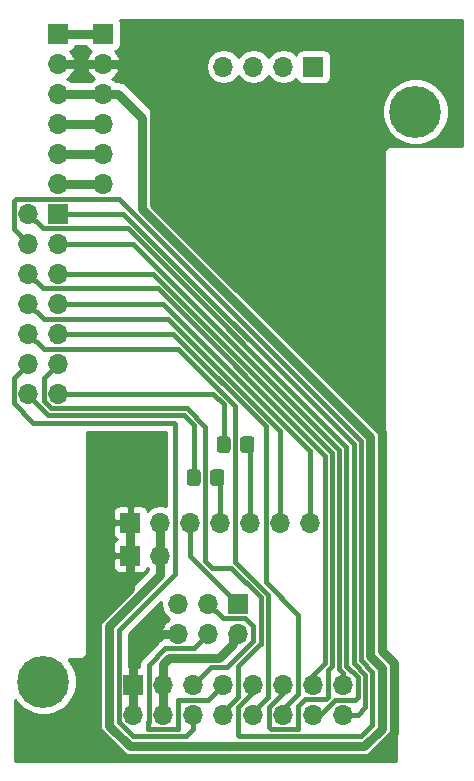
<source format=gbr>
%TF.GenerationSoftware,KiCad,Pcbnew,(5.1.7)-1*%
%TF.CreationDate,2023-05-20T09:23:02-06:00*%
%TF.ProjectId,AMPE32T30,414d5045-3332-4543-9330-2e6b69636164,rev?*%
%TF.SameCoordinates,PX76efc10PY4eb9cf0*%
%TF.FileFunction,Copper,L1,Top*%
%TF.FilePolarity,Positive*%
%FSLAX46Y46*%
G04 Gerber Fmt 4.6, Leading zero omitted, Abs format (unit mm)*
G04 Created by KiCad (PCBNEW (5.1.7)-1) date 2023-05-20 09:23:02*
%MOMM*%
%LPD*%
G01*
G04 APERTURE LIST*
%TA.AperFunction,ComponentPad*%
%ADD10O,1.700000X1.700000*%
%TD*%
%TA.AperFunction,ComponentPad*%
%ADD11R,1.700000X1.700000*%
%TD*%
%TA.AperFunction,ComponentPad*%
%ADD12C,4.400000*%
%TD*%
%TA.AperFunction,Conductor*%
%ADD13C,0.800000*%
%TD*%
%TA.AperFunction,Conductor*%
%ADD14C,0.400000*%
%TD*%
%TA.AperFunction,Conductor*%
%ADD15C,0.254000*%
%TD*%
%TA.AperFunction,Conductor*%
%ADD16C,0.100000*%
%TD*%
G04 APERTURE END LIST*
D10*
%TO.P,J3,6*%
%TO.N,/RX*%
X8128000Y49530000D03*
%TO.P,J3,5*%
%TO.N,/AREF*%
X8128000Y52070000D03*
%TO.P,J3,4*%
%TO.N,/3V3*%
X8128000Y54610000D03*
%TO.P,J3,3*%
%TO.N,/VCC*%
X8128000Y57150000D03*
%TO.P,J3,2*%
%TO.N,/GND*%
X8128000Y59690000D03*
D11*
%TO.P,J3,1*%
%TO.N,/VIN*%
X8128000Y62230000D03*
%TD*%
D10*
%TO.P,J1,6*%
%TO.N,/RX*%
X4318000Y49530000D03*
%TO.P,J1,5*%
%TO.N,/AREF*%
X4318000Y52070000D03*
%TO.P,J1,4*%
%TO.N,/3V3*%
X4318000Y54610000D03*
%TO.P,J1,3*%
%TO.N,/VCC*%
X4318000Y57150000D03*
%TO.P,J1,2*%
%TO.N,/GND*%
X4318000Y59690000D03*
D11*
%TO.P,J1,1*%
%TO.N,/VIN*%
X4318000Y62230000D03*
%TD*%
D10*
%TO.P,J5,16*%
%TO.N,/LT*%
X28448000Y4572000D03*
%TO.P,J5,15*%
%TO.N,/BL*%
X28448000Y7112000D03*
%TO.P,J5,14*%
%TO.N,/DW*%
X25908000Y4572000D03*
%TO.P,J5,13*%
%TO.N,/CS*%
X25908000Y7112000D03*
%TO.P,J5,12*%
%TO.N,/UP*%
X23368000Y4572000D03*
%TO.P,J5,11*%
%TO.N,/RS*%
X23368000Y7112000D03*
%TO.P,J5,10*%
%TO.N,/RT*%
X20828000Y4572000D03*
%TO.P,J5,9*%
%TO.N,/RES*%
X20828000Y7112000D03*
%TO.P,J5,8*%
%TO.N,/OK*%
X18288000Y4572000D03*
%TO.P,J5,7*%
%TO.N,/SDA*%
X18288000Y7112000D03*
%TO.P,J5,6*%
%TO.N,/SET*%
X15748000Y4572000D03*
%TO.P,J5,5*%
%TO.N,/SCK*%
X15748000Y7112000D03*
%TO.P,J5,4*%
%TO.N,/VCC*%
X13208000Y4572000D03*
%TO.P,J5,3*%
X13208000Y7112000D03*
%TO.P,J5,2*%
%TO.N,/GND*%
X10668000Y4572000D03*
D11*
%TO.P,J5,1*%
X10668000Y7112000D03*
%TD*%
D10*
%TO.P,MP,4*%
%TO.N,N/C*%
X18288000Y59436000D03*
%TO.P,MP,3*%
X20828000Y59436000D03*
%TO.P,MP,2*%
X23368000Y59436000D03*
D11*
%TO.P,MP,1*%
X25908000Y59436000D03*
%TD*%
%TO.P,R1,2*%
%TO.N,/RXR*%
%TA.AperFunction,SMDPad,CuDef*%
G36*
G01*
X16364000Y25088001D02*
X16364000Y24187999D01*
G75*
G02*
X16114001Y23938000I-249999J0D01*
G01*
X15413999Y23938000D01*
G75*
G02*
X15164000Y24187999I0J249999D01*
G01*
X15164000Y25088001D01*
G75*
G02*
X15413999Y25338000I249999J0D01*
G01*
X16114001Y25338000D01*
G75*
G02*
X16364000Y25088001I0J-249999D01*
G01*
G37*
%TD.AperFunction*%
%TO.P,R1,1*%
%TO.N,/RXD*%
%TA.AperFunction,SMDPad,CuDef*%
G36*
G01*
X18364000Y25088001D02*
X18364000Y24187999D01*
G75*
G02*
X18114001Y23938000I-249999J0D01*
G01*
X17413999Y23938000D01*
G75*
G02*
X17164000Y24187999I0J249999D01*
G01*
X17164000Y25088001D01*
G75*
G02*
X17413999Y25338000I249999J0D01*
G01*
X18114001Y25338000D01*
G75*
G02*
X18364000Y25088001I0J-249999D01*
G01*
G37*
%TD.AperFunction*%
%TD*%
%TO.P,R2,2*%
%TO.N,/TXR*%
%TA.AperFunction,SMDPad,CuDef*%
G36*
G01*
X18904000Y27882001D02*
X18904000Y26981999D01*
G75*
G02*
X18654001Y26732000I-249999J0D01*
G01*
X17953999Y26732000D01*
G75*
G02*
X17704000Y26981999I0J249999D01*
G01*
X17704000Y27882001D01*
G75*
G02*
X17953999Y28132000I249999J0D01*
G01*
X18654001Y28132000D01*
G75*
G02*
X18904000Y27882001I0J-249999D01*
G01*
G37*
%TD.AperFunction*%
%TO.P,R2,1*%
%TO.N,/TXD*%
%TA.AperFunction,SMDPad,CuDef*%
G36*
G01*
X20904000Y27882001D02*
X20904000Y26981999D01*
G75*
G02*
X20654001Y26732000I-249999J0D01*
G01*
X19953999Y26732000D01*
G75*
G02*
X19704000Y26981999I0J249999D01*
G01*
X19704000Y27882001D01*
G75*
G02*
X19953999Y28132000I249999J0D01*
G01*
X20654001Y28132000D01*
G75*
G02*
X20904000Y27882001I0J-249999D01*
G01*
G37*
%TD.AperFunction*%
%TD*%
D12*
%TO.P,e,1*%
%TO.N,N/C*%
X3048000Y7366000D03*
%TD*%
%TO.P,f,1*%
%TO.N,N/C*%
X34544000Y55626000D03*
%TD*%
D10*
%TO.P,J6,2*%
%TO.N,/VCC*%
X12954000Y18034000D03*
D11*
%TO.P,J6,1*%
%TO.N,/GND*%
X10414000Y18034000D03*
%TD*%
D10*
%TO.P,J7,14*%
%TO.N,/RXR*%
X1778000Y31750000D03*
%TO.P,J7,13*%
%TO.N,/TXR*%
X4318000Y31750000D03*
%TO.P,J7,12*%
%TO.N,/SET*%
X1778000Y34290000D03*
%TO.P,J7,11*%
%TO.N,/OK*%
X4318000Y34290000D03*
%TO.P,J7,10*%
%TO.N,/RT*%
X1778000Y36830000D03*
%TO.P,J7,9*%
%TO.N,/UP*%
X4318000Y36830000D03*
%TO.P,J7,8*%
%TO.N,/M1*%
X1778000Y39370000D03*
%TO.P,J7,7*%
%TO.N,/M0*%
X4318000Y39370000D03*
%TO.P,J7,6*%
%TO.N,/CS*%
X1778000Y41910000D03*
%TO.P,J7,5*%
%TO.N,/RS*%
X4318000Y41910000D03*
%TO.P,J7,4*%
%TO.N,/RES*%
X1778000Y44450000D03*
%TO.P,J7,3*%
%TO.N,/BL*%
X4318000Y44450000D03*
%TO.P,J7,2*%
%TO.N,/DW*%
X1778000Y46990000D03*
D11*
%TO.P,J7,1*%
%TO.N,/LT*%
X4318000Y46990000D03*
%TD*%
D10*
%TO.P,J2,6*%
%TO.N,/GND*%
X14478000Y11430000D03*
%TO.P,J2,5*%
%TO.N,Net-(J2-Pad5)*%
X14478000Y13970000D03*
%TO.P,J2,4*%
%TO.N,/SDA*%
X17018000Y11430000D03*
%TO.P,J2,3*%
%TO.N,/SCK*%
X17018000Y13970000D03*
%TO.P,J2,2*%
%TO.N,/VCC*%
X19558000Y11430000D03*
D11*
%TO.P,J2,1*%
%TO.N,/AUX*%
X19558000Y13970000D03*
%TD*%
D10*
%TO.P,J4,7*%
%TO.N,/M0*%
X25654000Y20828000D03*
%TO.P,J4,6*%
%TO.N,/M1*%
X23114000Y20828000D03*
%TO.P,J4,5*%
%TO.N,/TXD*%
X20574000Y20828000D03*
%TO.P,J4,4*%
%TO.N,/RXD*%
X18034000Y20828000D03*
%TO.P,J4,3*%
%TO.N,/AUX*%
X15494000Y20828000D03*
%TO.P,J4,2*%
%TO.N,/VCC*%
X12954000Y20828000D03*
D11*
%TO.P,J4,1*%
%TO.N,/GND*%
X10414000Y20828000D03*
%TD*%
D13*
%TO.N,/GND*%
X10668000Y7112000D02*
X10668000Y4572000D01*
X10668000Y4572000D02*
X10668000Y6222000D01*
X10668000Y7112000D02*
X10668000Y11430000D01*
X14478000Y11430000D02*
X10668000Y11430000D01*
X10414000Y20828000D02*
X10414000Y18034000D01*
X10414000Y15245610D02*
X10414000Y18034000D01*
X7617979Y12449590D02*
X10414000Y15245610D01*
X30645580Y921969D02*
X9922418Y921969D01*
X31704066Y28493934D02*
X31704063Y9948634D01*
X32698041Y4426428D02*
X32698041Y2974430D01*
X31704063Y9948634D02*
X32698039Y8954658D01*
X32698041Y2974430D02*
X30645580Y921969D01*
X32698039Y8954658D02*
X32698039Y4426430D01*
X32698039Y4426430D02*
X32698041Y4426428D01*
X9922418Y921969D02*
X7617979Y3226408D01*
X7617979Y3226408D02*
X7617979Y12449590D01*
X4318000Y59690000D02*
X8128000Y59690000D01*
X12446000Y56574081D02*
X12446000Y47752000D01*
X9330081Y59690000D02*
X12446000Y56574081D01*
X8128000Y59690000D02*
X9330081Y59690000D01*
X12446000Y47752000D02*
X31704066Y28493934D01*
D14*
%TO.N,/AUX*%
X19558000Y13970000D02*
X20152542Y13970000D01*
%TO.N,/RES*%
X20138002Y7112000D02*
X20828000Y7112000D01*
X30275520Y8831564D02*
X30275523Y8831564D01*
X29904047Y27748343D02*
X29904047Y23435953D01*
X9412389Y48240001D02*
X29904047Y27748343D01*
X527999Y45700001D02*
X527999Y48025999D01*
X29904047Y23435953D02*
X29904048Y23435952D01*
X527999Y48025999D02*
X742001Y48240001D01*
X1778000Y44450000D02*
X527999Y45700001D01*
X29904048Y23435952D02*
X29904048Y23701204D01*
X742001Y48240001D02*
X9412389Y48240001D01*
X20828000Y6517458D02*
X20828000Y7112000D01*
X19538001Y5227459D02*
X20828000Y6517458D01*
X19538001Y2813999D02*
X19538001Y5227459D01*
X19630011Y2721989D02*
X19538001Y2813999D01*
X29899989Y2721989D02*
X19630011Y2721989D01*
X30898021Y3720021D02*
X29899989Y2721989D01*
X30898021Y8209066D02*
X30898021Y3720021D01*
X29904047Y9203040D02*
X30898021Y8209066D01*
X29904048Y23435952D02*
X29904047Y9203040D01*
%TO.N,/SDA*%
X18288000Y7112000D02*
X18669000Y7112000D01*
X17018000Y11557000D02*
X17018000Y11430000D01*
X18288000Y7112000D02*
X18542000Y7112000D01*
X18288000Y7533458D02*
X18288000Y7112000D01*
X18288000Y7725530D02*
X18288000Y7112000D01*
X17018000Y11430000D02*
X16764000Y11430000D01*
X17018000Y11588544D02*
X17018000Y11430000D01*
X17018000Y11430000D02*
X17272000Y11430000D01*
%TO.N,/RS*%
X23368000Y7112000D02*
X23368000Y6422002D01*
%TO.N,/AUX*%
X19558000Y13970000D02*
X19558000Y13462000D01*
X19558000Y13970000D02*
X19304000Y13970000D01*
X19558000Y13970000D02*
X18868002Y13970000D01*
X19558000Y13970000D02*
X19786533Y13970000D01*
D13*
%TO.N,/VCC*%
X13208000Y7112000D02*
X13208000Y4572000D01*
X19558000Y11430000D02*
X19304000Y11430000D01*
X13208000Y8890000D02*
X13208000Y7112000D01*
X17949375Y9379989D02*
X13697989Y9379989D01*
X19088010Y10518624D02*
X17949375Y9379989D01*
X13697989Y9379989D02*
X13208000Y8890000D01*
X19088010Y10960010D02*
X19088010Y10518624D01*
X19558000Y11430000D02*
X19088010Y10960010D01*
D14*
%TO.N,/RXR*%
X1778000Y31750000D02*
X1778000Y31409458D01*
%TO.N,/TXR*%
X4479286Y31750000D02*
X4318000Y31750000D01*
%TO.N,/UP*%
X4069468Y36229990D02*
X3893729Y36405729D01*
%TO.N,/SDA*%
X17598002Y7112000D02*
X18288000Y7112000D01*
X15767999Y10179999D02*
X17018000Y11430000D01*
X13366615Y10179999D02*
X15767999Y10179999D01*
X11957999Y8771383D02*
X13366615Y10179999D01*
X11957999Y3971999D02*
X11957999Y8771383D01*
X11938000Y3952000D02*
X11957999Y3971999D01*
X11938000Y3321999D02*
X11938000Y3952000D01*
X14478000Y3321999D02*
X11938000Y3321999D01*
X14478000Y5842000D02*
X14478000Y3321999D01*
X17018000Y5842000D02*
X14478000Y5842000D01*
X18288000Y7112000D02*
X17018000Y5842000D01*
%TO.N,/SCK*%
X20118003Y12719999D02*
X20808001Y12030001D01*
X18268001Y12719999D02*
X20118003Y12719999D01*
X17018000Y13970000D02*
X18268001Y12719999D01*
X20808001Y10829999D02*
X20808001Y12030001D01*
X18557981Y8579979D02*
X20808001Y10829999D01*
X17215979Y8579979D02*
X18557981Y8579979D01*
X15748000Y7112000D02*
X17215979Y8579979D01*
%TO.N,/RS*%
X12348222Y41910000D02*
X27504011Y26754211D01*
X27504011Y26754211D02*
X27504011Y8708011D01*
X27504011Y8708011D02*
X27158001Y8362001D01*
X4318000Y41910000D02*
X12348222Y41910000D01*
X23368000Y7025458D02*
X23368000Y7112000D01*
X22117999Y3536001D02*
X22332001Y3321999D01*
X22117999Y5172001D02*
X22117999Y3536001D01*
X23368000Y6422002D02*
X22117999Y5172001D01*
X22332001Y3321999D02*
X24638000Y3321999D01*
X24638000Y3321999D02*
X24638000Y5334000D01*
X25165999Y5861999D02*
X26943999Y5861999D01*
X24638000Y5334000D02*
X25165999Y5861999D01*
X27158001Y6076001D02*
X27158001Y8362001D01*
X26943999Y5861999D02*
X27158001Y6076001D01*
%TO.N,/CS*%
X25908000Y7112000D02*
X25654000Y7112000D01*
X3028001Y40659999D02*
X1778000Y41910000D01*
X25908000Y7960542D02*
X26904001Y8956543D01*
X26904001Y8956543D02*
X26904001Y22458541D01*
X25908000Y7112000D02*
X25908000Y7960542D01*
X3028001Y40659999D02*
X12749681Y40659999D01*
X12749681Y40659999D02*
X26904001Y26505679D01*
X26904001Y26505679D02*
X26904001Y22352000D01*
%TO.N,/M0*%
X25654000Y20828000D02*
X25654000Y26907138D01*
X13191138Y39370000D02*
X4318000Y39370000D01*
X25654000Y26907138D02*
X13191138Y39370000D01*
%TO.N,/M1*%
X23114000Y20828000D02*
X23114000Y24551458D01*
X3067999Y38080001D02*
X13632595Y38080001D01*
X1778000Y39370000D02*
X3067999Y38080001D01*
X23114000Y28598596D02*
X23114000Y24551458D01*
X13632595Y38080001D02*
X23114000Y28598596D01*
%TO.N,/TXD*%
X20558000Y20844000D02*
X20574000Y20828000D01*
X20574000Y27162000D02*
X20304000Y27432000D01*
X20574000Y20828000D02*
X20574000Y27162000D01*
%TO.N,/RXD*%
X18034000Y24368000D02*
X17764000Y24638000D01*
X18034000Y20828000D02*
X18034000Y24368000D01*
%TO.N,/AUX*%
X15494000Y18034000D02*
X19558000Y13970000D01*
X15494000Y20828000D02*
X15494000Y18034000D01*
%TO.N,/BL*%
X28448000Y7112000D02*
X28448000Y7366000D01*
X28448000Y7112000D02*
X28448000Y7471165D01*
X28448000Y7270544D02*
X28448000Y7112000D01*
X28448000Y8113461D02*
X28448000Y7112000D01*
X28104020Y8457441D02*
X28448000Y8113461D01*
X28104021Y27002743D02*
X28104020Y8457441D01*
X10656764Y44450000D02*
X28104021Y27002743D01*
X4318000Y44450000D02*
X10656764Y44450000D01*
D13*
%TO.N,/VCC*%
X12954000Y20828000D02*
X12954000Y18034000D01*
X12954000Y16371384D02*
X12954000Y18034000D01*
X8617989Y12035373D02*
X12954000Y16371384D01*
X31698031Y3388647D02*
X30231363Y1921979D01*
X30704057Y28079717D02*
X30704057Y24032577D01*
X30231363Y1921979D02*
X10336635Y1921979D01*
X30704055Y9534416D02*
X31698031Y8540440D01*
X30704057Y24032577D02*
X30704055Y17542503D01*
X10336635Y1921979D02*
X8617989Y3640625D01*
X30704055Y17542503D02*
X30704055Y9534416D01*
X31698031Y8540440D02*
X31698031Y3388647D01*
X8617989Y3640625D02*
X8617989Y12035373D01*
X4318000Y57150000D02*
X8128000Y57150000D01*
X8128000Y57150000D02*
X9398000Y57150000D01*
X11430000Y55118000D02*
X11430000Y47353774D01*
X9398000Y57150000D02*
X11430000Y55118000D01*
X11430000Y47353774D02*
X30704057Y28079717D01*
D14*
%TO.N,/RXR*%
X1778000Y31750000D02*
X2286000Y31750000D01*
X15764000Y29107458D02*
X15764000Y24638000D01*
X14971469Y29899989D02*
X15764000Y29107458D01*
X1778000Y31591456D02*
X1778000Y31750000D01*
X3469466Y29899990D02*
X1778000Y31591456D01*
X14971469Y29899989D02*
X3469466Y29899990D01*
%TO.N,/SET*%
X1778000Y34290000D02*
X1778000Y33782000D01*
X1778000Y34131456D02*
X1778000Y34290000D01*
%TO.N,/TXR*%
X17416970Y31750000D02*
X4318000Y31750000D01*
X18304000Y30862970D02*
X17416970Y31750000D01*
X18304000Y27432000D02*
X18304000Y30862970D01*
%TO.N,/LT*%
X28606544Y4572000D02*
X28448000Y4572000D01*
X29304038Y8954507D02*
X30298011Y7960534D01*
X29304038Y27499810D02*
X29304038Y8954507D01*
X9813848Y46990000D02*
X29304038Y27499810D01*
X4318000Y46990000D02*
X9813848Y46990000D01*
X29650081Y4572000D02*
X28448000Y4572000D01*
X30298011Y5219930D02*
X29650081Y4572000D01*
X30298011Y7960534D02*
X30298011Y5219930D01*
%TO.N,/DW*%
X27752543Y5822001D02*
X26502542Y4572000D01*
X29444001Y5822001D02*
X27752543Y5822001D01*
X29698001Y6076001D02*
X29444001Y5822001D01*
X29698001Y7712002D02*
X29698001Y6076001D01*
X28704029Y8705974D02*
X29698001Y7712002D01*
X28704030Y27251276D02*
X28704029Y8705974D01*
X26502542Y4572000D02*
X25908000Y4572000D01*
X10215307Y45739999D02*
X28704030Y27251276D01*
X3028001Y45739999D02*
X10215307Y45739999D01*
X1778000Y46990000D02*
X3028001Y45739999D01*
%TO.N,/UP*%
X21863999Y29000055D02*
X14034054Y36830000D01*
X21863999Y15781087D02*
X21863999Y29000055D01*
X24638000Y13007086D02*
X21863999Y15781087D01*
X24638000Y6350000D02*
X24638000Y13007086D01*
X14034054Y36830000D02*
X4318000Y36830000D01*
X23368000Y5080000D02*
X24638000Y6350000D01*
X23368000Y4572000D02*
X23368000Y5080000D01*
%TO.N,/RT*%
X3067999Y35540001D02*
X1778000Y36830000D01*
X14475511Y35540001D02*
X3067999Y35540001D01*
X19304000Y30711512D02*
X14475511Y35540001D01*
X19304000Y17492544D02*
X19304000Y30711512D01*
X22098000Y14698544D02*
X19304000Y17492544D01*
X20828000Y4572000D02*
X20828000Y5080000D01*
X20828000Y4572000D02*
X20828000Y4826000D01*
X22098000Y6096000D02*
X22098000Y14698544D01*
X20828000Y4826000D02*
X22098000Y6096000D01*
%TO.N,/OK*%
X3067999Y33039999D02*
X4318000Y34290000D01*
X16764000Y28956000D02*
X15220001Y30499999D01*
X15220001Y30499999D02*
X3717999Y30499999D01*
X21428001Y14520001D02*
X18930002Y17018000D01*
X18930002Y17018000D02*
X17358542Y17018000D01*
X16764000Y17612542D02*
X16764000Y28956000D01*
X17358542Y17018000D02*
X16764000Y17612542D01*
X3717999Y30499999D02*
X3067999Y31149999D01*
X3067999Y31149999D02*
X3067999Y33039999D01*
X18288000Y4572000D02*
X18288000Y4826000D01*
X19538001Y6076001D02*
X19538001Y8711457D01*
X18288000Y4826000D02*
X19538001Y6076001D01*
X19538001Y8711457D02*
X21402543Y10575999D01*
X21402543Y10575999D02*
X21428001Y10575999D01*
X21428001Y10575999D02*
X21428001Y14520001D01*
%TO.N,/SET*%
X527999Y30968001D02*
X527999Y33039999D01*
X14224000Y29210000D02*
X14134021Y29299979D01*
X527999Y33039999D02*
X1778000Y34290000D01*
X10668009Y2721989D02*
X9417999Y3971999D01*
X9417999Y3971999D02*
X9417999Y11703999D01*
X2196021Y29299979D02*
X527999Y30968001D01*
X14224000Y20066000D02*
X14224000Y29210000D01*
X14134021Y29299979D02*
X2196021Y29299979D01*
X14204001Y20046001D02*
X14224000Y20066000D01*
X14204001Y16490001D02*
X14204001Y20046001D01*
X9417999Y11703999D02*
X14204001Y16490001D01*
X15100070Y2721989D02*
X10668009Y2721989D01*
X15748000Y3369919D02*
X15100070Y2721989D01*
X15748000Y4572000D02*
X15748000Y3369919D01*
%TO.N,/RX*%
X8122390Y49530000D02*
X8125195Y49527194D01*
D13*
X4318000Y49530000D02*
X8128000Y49530000D01*
%TO.N,/AREF*%
X4318000Y52070000D02*
X8128000Y52070000D01*
%TO.N,/3V3*%
X4318000Y54610000D02*
X8128000Y54610000D01*
%TO.N,/VIN*%
X4318000Y62230000D02*
X8128000Y62230000D01*
%TD*%
D15*
%TO.N,/GND*%
X38456001Y52730000D02*
X32544419Y52730000D01*
X32512000Y52733193D01*
X32479581Y52730000D01*
X32382617Y52720450D01*
X32258207Y52682710D01*
X32143550Y52621425D01*
X32043052Y52538948D01*
X31960575Y52438450D01*
X31899290Y52323793D01*
X31861550Y52199383D01*
X31848807Y52070000D01*
X31852001Y52037571D01*
X31852000Y10192409D01*
X31848808Y10160000D01*
X31852000Y10127591D01*
X31852000Y10127582D01*
X31861550Y10030618D01*
X31888789Y9940826D01*
X31899290Y9906208D01*
X31960575Y9791550D01*
X31992146Y9753081D01*
X32043052Y9691052D01*
X32068236Y9670384D01*
X32868001Y8870618D01*
X32868000Y660000D01*
X660000Y660000D01*
X660000Y5837030D01*
X845912Y5558793D01*
X1240793Y5163912D01*
X1705124Y4853656D01*
X2221061Y4639948D01*
X2768777Y4531000D01*
X3327223Y4531000D01*
X3874939Y4639948D01*
X4390876Y4853656D01*
X4855207Y5163912D01*
X5250088Y5558793D01*
X5560344Y6023124D01*
X5774052Y6539061D01*
X5883000Y7086777D01*
X5883000Y7645223D01*
X5774052Y8192939D01*
X5560344Y8708876D01*
X5250088Y9173207D01*
X5177295Y9246000D01*
X6063581Y9246000D01*
X6096000Y9242807D01*
X6128419Y9246000D01*
X6165012Y9249604D01*
X6225383Y9255550D01*
X6349793Y9293290D01*
X6464450Y9354575D01*
X6564948Y9437052D01*
X6647425Y9537550D01*
X6708710Y9652207D01*
X6746450Y9776617D01*
X6756000Y9873581D01*
X6759193Y9906000D01*
X6756000Y9938419D01*
X6756000Y17184000D01*
X8925928Y17184000D01*
X8938188Y17059518D01*
X8974498Y16939820D01*
X9033463Y16829506D01*
X9112815Y16732815D01*
X9209506Y16653463D01*
X9319820Y16594498D01*
X9439518Y16558188D01*
X9564000Y16545928D01*
X10128250Y16549000D01*
X10287000Y16707750D01*
X10287000Y17907000D01*
X9087750Y17907000D01*
X8929000Y17748250D01*
X8925928Y17184000D01*
X6756000Y17184000D01*
X6756000Y19978000D01*
X8925928Y19978000D01*
X8938188Y19853518D01*
X8974498Y19733820D01*
X9033463Y19623506D01*
X9112815Y19526815D01*
X9209506Y19447463D01*
X9240306Y19431000D01*
X9209506Y19414537D01*
X9112815Y19335185D01*
X9033463Y19238494D01*
X8974498Y19128180D01*
X8938188Y19008482D01*
X8925928Y18884000D01*
X8929000Y18319750D01*
X9087750Y18161000D01*
X10287000Y18161000D01*
X10287000Y19360250D01*
X10216250Y19431000D01*
X10287000Y19501750D01*
X10287000Y20701000D01*
X9087750Y20701000D01*
X8929000Y20542250D01*
X8925928Y19978000D01*
X6756000Y19978000D01*
X6756000Y21678000D01*
X8925928Y21678000D01*
X8929000Y21113750D01*
X9087750Y20955000D01*
X10287000Y20955000D01*
X10287000Y22154250D01*
X10128250Y22313000D01*
X9564000Y22316072D01*
X9439518Y22303812D01*
X9319820Y22267502D01*
X9209506Y22208537D01*
X9112815Y22129185D01*
X9033463Y22032494D01*
X8974498Y21922180D01*
X8938188Y21802482D01*
X8925928Y21678000D01*
X6756000Y21678000D01*
X6756000Y28464979D01*
X13389001Y28464979D01*
X13389000Y22255169D01*
X13387158Y22255932D01*
X13100260Y22313000D01*
X12807740Y22313000D01*
X12520842Y22255932D01*
X12250589Y22143990D01*
X12007368Y21981475D01*
X11875513Y21849620D01*
X11853502Y21922180D01*
X11794537Y22032494D01*
X11715185Y22129185D01*
X11618494Y22208537D01*
X11508180Y22267502D01*
X11388482Y22303812D01*
X11264000Y22316072D01*
X10699750Y22313000D01*
X10541000Y22154250D01*
X10541000Y20955000D01*
X10561000Y20955000D01*
X10561000Y20701000D01*
X10541000Y20701000D01*
X10541000Y19501750D01*
X10611750Y19431000D01*
X10541000Y19360250D01*
X10541000Y18161000D01*
X10561000Y18161000D01*
X10561000Y17907000D01*
X10541000Y17907000D01*
X10541000Y16707750D01*
X10699750Y16549000D01*
X11264000Y16545928D01*
X11388482Y16558188D01*
X11508180Y16594498D01*
X11618494Y16653463D01*
X11715185Y16732815D01*
X11794537Y16829506D01*
X11853502Y16939820D01*
X11875513Y17012380D01*
X11919000Y16968893D01*
X11919000Y16800095D01*
X7922081Y12803176D01*
X7882594Y12770769D01*
X7850187Y12731281D01*
X7850186Y12731280D01*
X7753255Y12613170D01*
X7657149Y12433366D01*
X7597966Y12238268D01*
X7577983Y12035373D01*
X7582990Y11984535D01*
X7582989Y3691453D01*
X7577983Y3640625D01*
X7582989Y3589797D01*
X7582989Y3589788D01*
X7597965Y3437731D01*
X7657148Y3242633D01*
X7753255Y3062828D01*
X7882593Y2905229D01*
X7922086Y2872818D01*
X9568832Y1226071D01*
X9601239Y1186583D01*
X9758838Y1057245D01*
X9938642Y961138D01*
X10133740Y901955D01*
X10285797Y886979D01*
X10285806Y886979D01*
X10336634Y881973D01*
X10387462Y886979D01*
X30180535Y886979D01*
X30231363Y881973D01*
X30282191Y886979D01*
X30282201Y886979D01*
X30434258Y901955D01*
X30629356Y961138D01*
X30809160Y1057245D01*
X30966759Y1186583D01*
X30999170Y1226076D01*
X32393939Y2620844D01*
X32433427Y2653251D01*
X32521714Y2760829D01*
X32562765Y2810849D01*
X32614135Y2906956D01*
X32658872Y2990654D01*
X32718055Y3185752D01*
X32733031Y3337809D01*
X32733031Y3337812D01*
X32738038Y3388647D01*
X32733031Y3439482D01*
X32733031Y8489613D01*
X32738037Y8540441D01*
X32733031Y8591269D01*
X32733031Y8591278D01*
X32718055Y8743335D01*
X32658872Y8938433D01*
X32587249Y9072431D01*
X32562765Y9118238D01*
X32465834Y9236348D01*
X32433427Y9275836D01*
X32393939Y9308243D01*
X31739055Y9963126D01*
X31739055Y17593341D01*
X31739054Y17593351D01*
X31739057Y24083414D01*
X31739057Y28028882D01*
X31744064Y28079717D01*
X31736645Y28155046D01*
X31724081Y28282612D01*
X31664898Y28477710D01*
X31601050Y28597162D01*
X31568791Y28657515D01*
X31471860Y28775625D01*
X31439453Y28815113D01*
X31399965Y28847520D01*
X12465000Y47782484D01*
X12465000Y55067165D01*
X12470007Y55118000D01*
X12465000Y55168838D01*
X12450024Y55320895D01*
X12390841Y55515993D01*
X12329890Y55630024D01*
X12294734Y55695798D01*
X12197803Y55813908D01*
X12165396Y55853396D01*
X12125908Y55885803D01*
X12106488Y55905223D01*
X31709000Y55905223D01*
X31709000Y55346777D01*
X31817948Y54799061D01*
X32031656Y54283124D01*
X32341912Y53818793D01*
X32736793Y53423912D01*
X33201124Y53113656D01*
X33717061Y52899948D01*
X34264777Y52791000D01*
X34823223Y52791000D01*
X35370939Y52899948D01*
X35886876Y53113656D01*
X36351207Y53423912D01*
X36746088Y53818793D01*
X37056344Y54283124D01*
X37270052Y54799061D01*
X37379000Y55346777D01*
X37379000Y55905223D01*
X37270052Y56452939D01*
X37056344Y56968876D01*
X36746088Y57433207D01*
X36351207Y57828088D01*
X35886876Y58138344D01*
X35370939Y58352052D01*
X34823223Y58461000D01*
X34264777Y58461000D01*
X33717061Y58352052D01*
X33201124Y58138344D01*
X32736793Y57828088D01*
X32341912Y57433207D01*
X32031656Y56968876D01*
X31817948Y56452939D01*
X31709000Y55905223D01*
X12106488Y55905223D01*
X10165807Y57845903D01*
X10133396Y57885396D01*
X9975797Y58014734D01*
X9795993Y58110841D01*
X9600895Y58170024D01*
X9448838Y58185000D01*
X9448828Y58185000D01*
X9398000Y58190006D01*
X9347172Y58185000D01*
X9193107Y58185000D01*
X9074632Y58303475D01*
X8892466Y58425195D01*
X9009355Y58494822D01*
X9225588Y58689731D01*
X9399641Y58923080D01*
X9524825Y59185901D01*
X9569476Y59333110D01*
X9448155Y59563000D01*
X8255000Y59563000D01*
X8255000Y59543000D01*
X8001000Y59543000D01*
X8001000Y59563000D01*
X6807845Y59563000D01*
X6686524Y59333110D01*
X6731175Y59185901D01*
X6856359Y58923080D01*
X7030412Y58689731D01*
X7246645Y58494822D01*
X7363534Y58425195D01*
X7181368Y58303475D01*
X7062893Y58185000D01*
X5383107Y58185000D01*
X5264632Y58303475D01*
X5082466Y58425195D01*
X5199355Y58494822D01*
X5415588Y58689731D01*
X5589641Y58923080D01*
X5714825Y59185901D01*
X5759476Y59333110D01*
X5638155Y59563000D01*
X4445000Y59563000D01*
X4445000Y59543000D01*
X4191000Y59543000D01*
X4191000Y59563000D01*
X4171000Y59563000D01*
X4171000Y59582260D01*
X16803000Y59582260D01*
X16803000Y59289740D01*
X16860068Y59002842D01*
X16972010Y58732589D01*
X17134525Y58489368D01*
X17341368Y58282525D01*
X17584589Y58120010D01*
X17854842Y58008068D01*
X18141740Y57951000D01*
X18434260Y57951000D01*
X18721158Y58008068D01*
X18991411Y58120010D01*
X19234632Y58282525D01*
X19441475Y58489368D01*
X19558000Y58663760D01*
X19674525Y58489368D01*
X19881368Y58282525D01*
X20124589Y58120010D01*
X20394842Y58008068D01*
X20681740Y57951000D01*
X20974260Y57951000D01*
X21261158Y58008068D01*
X21531411Y58120010D01*
X21774632Y58282525D01*
X21981475Y58489368D01*
X22098000Y58663760D01*
X22214525Y58489368D01*
X22421368Y58282525D01*
X22664589Y58120010D01*
X22934842Y58008068D01*
X23221740Y57951000D01*
X23514260Y57951000D01*
X23801158Y58008068D01*
X24071411Y58120010D01*
X24314632Y58282525D01*
X24446487Y58414380D01*
X24468498Y58341820D01*
X24527463Y58231506D01*
X24606815Y58134815D01*
X24703506Y58055463D01*
X24813820Y57996498D01*
X24933518Y57960188D01*
X25058000Y57947928D01*
X26758000Y57947928D01*
X26882482Y57960188D01*
X27002180Y57996498D01*
X27112494Y58055463D01*
X27209185Y58134815D01*
X27288537Y58231506D01*
X27347502Y58341820D01*
X27383812Y58461518D01*
X27396072Y58586000D01*
X27396072Y60286000D01*
X27383812Y60410482D01*
X27347502Y60530180D01*
X27288537Y60640494D01*
X27209185Y60737185D01*
X27112494Y60816537D01*
X27002180Y60875502D01*
X26882482Y60911812D01*
X26758000Y60924072D01*
X25058000Y60924072D01*
X24933518Y60911812D01*
X24813820Y60875502D01*
X24703506Y60816537D01*
X24606815Y60737185D01*
X24527463Y60640494D01*
X24468498Y60530180D01*
X24446487Y60457620D01*
X24314632Y60589475D01*
X24071411Y60751990D01*
X23801158Y60863932D01*
X23514260Y60921000D01*
X23221740Y60921000D01*
X22934842Y60863932D01*
X22664589Y60751990D01*
X22421368Y60589475D01*
X22214525Y60382632D01*
X22098000Y60208240D01*
X21981475Y60382632D01*
X21774632Y60589475D01*
X21531411Y60751990D01*
X21261158Y60863932D01*
X20974260Y60921000D01*
X20681740Y60921000D01*
X20394842Y60863932D01*
X20124589Y60751990D01*
X19881368Y60589475D01*
X19674525Y60382632D01*
X19558000Y60208240D01*
X19441475Y60382632D01*
X19234632Y60589475D01*
X18991411Y60751990D01*
X18721158Y60863932D01*
X18434260Y60921000D01*
X18141740Y60921000D01*
X17854842Y60863932D01*
X17584589Y60751990D01*
X17341368Y60589475D01*
X17134525Y60382632D01*
X16972010Y60139411D01*
X16860068Y59869158D01*
X16803000Y59582260D01*
X4171000Y59582260D01*
X4171000Y59817000D01*
X4191000Y59817000D01*
X4191000Y59837000D01*
X4445000Y59837000D01*
X4445000Y59817000D01*
X5638155Y59817000D01*
X5759476Y60046890D01*
X5714825Y60194099D01*
X5589641Y60456920D01*
X5415588Y60690269D01*
X5331534Y60766034D01*
X5412180Y60790498D01*
X5522494Y60849463D01*
X5619185Y60928815D01*
X5698537Y61025506D01*
X5757502Y61135820D01*
X5775454Y61195000D01*
X6670546Y61195000D01*
X6688498Y61135820D01*
X6747463Y61025506D01*
X6826815Y60928815D01*
X6923506Y60849463D01*
X7033820Y60790498D01*
X7114466Y60766034D01*
X7030412Y60690269D01*
X6856359Y60456920D01*
X6731175Y60194099D01*
X6686524Y60046890D01*
X6807845Y59817000D01*
X8001000Y59817000D01*
X8001000Y59837000D01*
X8255000Y59837000D01*
X8255000Y59817000D01*
X9448155Y59817000D01*
X9569476Y60046890D01*
X9524825Y60194099D01*
X9399641Y60456920D01*
X9225588Y60690269D01*
X9141534Y60766034D01*
X9222180Y60790498D01*
X9332494Y60849463D01*
X9429185Y60928815D01*
X9508537Y61025506D01*
X9567502Y61135820D01*
X9603812Y61255518D01*
X9616072Y61380000D01*
X9616072Y63080000D01*
X9603812Y63204482D01*
X9567502Y63324180D01*
X9554770Y63348000D01*
X38456000Y63348000D01*
X38456001Y52730000D01*
%TA.AperFunction,Conductor*%
D16*
G36*
X38456001Y52730000D02*
G01*
X32544419Y52730000D01*
X32512000Y52733193D01*
X32479581Y52730000D01*
X32382617Y52720450D01*
X32258207Y52682710D01*
X32143550Y52621425D01*
X32043052Y52538948D01*
X31960575Y52438450D01*
X31899290Y52323793D01*
X31861550Y52199383D01*
X31848807Y52070000D01*
X31852001Y52037571D01*
X31852000Y10192409D01*
X31848808Y10160000D01*
X31852000Y10127591D01*
X31852000Y10127582D01*
X31861550Y10030618D01*
X31888789Y9940826D01*
X31899290Y9906208D01*
X31960575Y9791550D01*
X31992146Y9753081D01*
X32043052Y9691052D01*
X32068236Y9670384D01*
X32868001Y8870618D01*
X32868000Y660000D01*
X660000Y660000D01*
X660000Y5837030D01*
X845912Y5558793D01*
X1240793Y5163912D01*
X1705124Y4853656D01*
X2221061Y4639948D01*
X2768777Y4531000D01*
X3327223Y4531000D01*
X3874939Y4639948D01*
X4390876Y4853656D01*
X4855207Y5163912D01*
X5250088Y5558793D01*
X5560344Y6023124D01*
X5774052Y6539061D01*
X5883000Y7086777D01*
X5883000Y7645223D01*
X5774052Y8192939D01*
X5560344Y8708876D01*
X5250088Y9173207D01*
X5177295Y9246000D01*
X6063581Y9246000D01*
X6096000Y9242807D01*
X6128419Y9246000D01*
X6165012Y9249604D01*
X6225383Y9255550D01*
X6349793Y9293290D01*
X6464450Y9354575D01*
X6564948Y9437052D01*
X6647425Y9537550D01*
X6708710Y9652207D01*
X6746450Y9776617D01*
X6756000Y9873581D01*
X6759193Y9906000D01*
X6756000Y9938419D01*
X6756000Y17184000D01*
X8925928Y17184000D01*
X8938188Y17059518D01*
X8974498Y16939820D01*
X9033463Y16829506D01*
X9112815Y16732815D01*
X9209506Y16653463D01*
X9319820Y16594498D01*
X9439518Y16558188D01*
X9564000Y16545928D01*
X10128250Y16549000D01*
X10287000Y16707750D01*
X10287000Y17907000D01*
X9087750Y17907000D01*
X8929000Y17748250D01*
X8925928Y17184000D01*
X6756000Y17184000D01*
X6756000Y19978000D01*
X8925928Y19978000D01*
X8938188Y19853518D01*
X8974498Y19733820D01*
X9033463Y19623506D01*
X9112815Y19526815D01*
X9209506Y19447463D01*
X9240306Y19431000D01*
X9209506Y19414537D01*
X9112815Y19335185D01*
X9033463Y19238494D01*
X8974498Y19128180D01*
X8938188Y19008482D01*
X8925928Y18884000D01*
X8929000Y18319750D01*
X9087750Y18161000D01*
X10287000Y18161000D01*
X10287000Y19360250D01*
X10216250Y19431000D01*
X10287000Y19501750D01*
X10287000Y20701000D01*
X9087750Y20701000D01*
X8929000Y20542250D01*
X8925928Y19978000D01*
X6756000Y19978000D01*
X6756000Y21678000D01*
X8925928Y21678000D01*
X8929000Y21113750D01*
X9087750Y20955000D01*
X10287000Y20955000D01*
X10287000Y22154250D01*
X10128250Y22313000D01*
X9564000Y22316072D01*
X9439518Y22303812D01*
X9319820Y22267502D01*
X9209506Y22208537D01*
X9112815Y22129185D01*
X9033463Y22032494D01*
X8974498Y21922180D01*
X8938188Y21802482D01*
X8925928Y21678000D01*
X6756000Y21678000D01*
X6756000Y28464979D01*
X13389001Y28464979D01*
X13389000Y22255169D01*
X13387158Y22255932D01*
X13100260Y22313000D01*
X12807740Y22313000D01*
X12520842Y22255932D01*
X12250589Y22143990D01*
X12007368Y21981475D01*
X11875513Y21849620D01*
X11853502Y21922180D01*
X11794537Y22032494D01*
X11715185Y22129185D01*
X11618494Y22208537D01*
X11508180Y22267502D01*
X11388482Y22303812D01*
X11264000Y22316072D01*
X10699750Y22313000D01*
X10541000Y22154250D01*
X10541000Y20955000D01*
X10561000Y20955000D01*
X10561000Y20701000D01*
X10541000Y20701000D01*
X10541000Y19501750D01*
X10611750Y19431000D01*
X10541000Y19360250D01*
X10541000Y18161000D01*
X10561000Y18161000D01*
X10561000Y17907000D01*
X10541000Y17907000D01*
X10541000Y16707750D01*
X10699750Y16549000D01*
X11264000Y16545928D01*
X11388482Y16558188D01*
X11508180Y16594498D01*
X11618494Y16653463D01*
X11715185Y16732815D01*
X11794537Y16829506D01*
X11853502Y16939820D01*
X11875513Y17012380D01*
X11919000Y16968893D01*
X11919000Y16800095D01*
X7922081Y12803176D01*
X7882594Y12770769D01*
X7850187Y12731281D01*
X7850186Y12731280D01*
X7753255Y12613170D01*
X7657149Y12433366D01*
X7597966Y12238268D01*
X7577983Y12035373D01*
X7582990Y11984535D01*
X7582989Y3691453D01*
X7577983Y3640625D01*
X7582989Y3589797D01*
X7582989Y3589788D01*
X7597965Y3437731D01*
X7657148Y3242633D01*
X7753255Y3062828D01*
X7882593Y2905229D01*
X7922086Y2872818D01*
X9568832Y1226071D01*
X9601239Y1186583D01*
X9758838Y1057245D01*
X9938642Y961138D01*
X10133740Y901955D01*
X10285797Y886979D01*
X10285806Y886979D01*
X10336634Y881973D01*
X10387462Y886979D01*
X30180535Y886979D01*
X30231363Y881973D01*
X30282191Y886979D01*
X30282201Y886979D01*
X30434258Y901955D01*
X30629356Y961138D01*
X30809160Y1057245D01*
X30966759Y1186583D01*
X30999170Y1226076D01*
X32393939Y2620844D01*
X32433427Y2653251D01*
X32521714Y2760829D01*
X32562765Y2810849D01*
X32614135Y2906956D01*
X32658872Y2990654D01*
X32718055Y3185752D01*
X32733031Y3337809D01*
X32733031Y3337812D01*
X32738038Y3388647D01*
X32733031Y3439482D01*
X32733031Y8489613D01*
X32738037Y8540441D01*
X32733031Y8591269D01*
X32733031Y8591278D01*
X32718055Y8743335D01*
X32658872Y8938433D01*
X32587249Y9072431D01*
X32562765Y9118238D01*
X32465834Y9236348D01*
X32433427Y9275836D01*
X32393939Y9308243D01*
X31739055Y9963126D01*
X31739055Y17593341D01*
X31739054Y17593351D01*
X31739057Y24083414D01*
X31739057Y28028882D01*
X31744064Y28079717D01*
X31736645Y28155046D01*
X31724081Y28282612D01*
X31664898Y28477710D01*
X31601050Y28597162D01*
X31568791Y28657515D01*
X31471860Y28775625D01*
X31439453Y28815113D01*
X31399965Y28847520D01*
X12465000Y47782484D01*
X12465000Y55067165D01*
X12470007Y55118000D01*
X12465000Y55168838D01*
X12450024Y55320895D01*
X12390841Y55515993D01*
X12329890Y55630024D01*
X12294734Y55695798D01*
X12197803Y55813908D01*
X12165396Y55853396D01*
X12125908Y55885803D01*
X12106488Y55905223D01*
X31709000Y55905223D01*
X31709000Y55346777D01*
X31817948Y54799061D01*
X32031656Y54283124D01*
X32341912Y53818793D01*
X32736793Y53423912D01*
X33201124Y53113656D01*
X33717061Y52899948D01*
X34264777Y52791000D01*
X34823223Y52791000D01*
X35370939Y52899948D01*
X35886876Y53113656D01*
X36351207Y53423912D01*
X36746088Y53818793D01*
X37056344Y54283124D01*
X37270052Y54799061D01*
X37379000Y55346777D01*
X37379000Y55905223D01*
X37270052Y56452939D01*
X37056344Y56968876D01*
X36746088Y57433207D01*
X36351207Y57828088D01*
X35886876Y58138344D01*
X35370939Y58352052D01*
X34823223Y58461000D01*
X34264777Y58461000D01*
X33717061Y58352052D01*
X33201124Y58138344D01*
X32736793Y57828088D01*
X32341912Y57433207D01*
X32031656Y56968876D01*
X31817948Y56452939D01*
X31709000Y55905223D01*
X12106488Y55905223D01*
X10165807Y57845903D01*
X10133396Y57885396D01*
X9975797Y58014734D01*
X9795993Y58110841D01*
X9600895Y58170024D01*
X9448838Y58185000D01*
X9448828Y58185000D01*
X9398000Y58190006D01*
X9347172Y58185000D01*
X9193107Y58185000D01*
X9074632Y58303475D01*
X8892466Y58425195D01*
X9009355Y58494822D01*
X9225588Y58689731D01*
X9399641Y58923080D01*
X9524825Y59185901D01*
X9569476Y59333110D01*
X9448155Y59563000D01*
X8255000Y59563000D01*
X8255000Y59543000D01*
X8001000Y59543000D01*
X8001000Y59563000D01*
X6807845Y59563000D01*
X6686524Y59333110D01*
X6731175Y59185901D01*
X6856359Y58923080D01*
X7030412Y58689731D01*
X7246645Y58494822D01*
X7363534Y58425195D01*
X7181368Y58303475D01*
X7062893Y58185000D01*
X5383107Y58185000D01*
X5264632Y58303475D01*
X5082466Y58425195D01*
X5199355Y58494822D01*
X5415588Y58689731D01*
X5589641Y58923080D01*
X5714825Y59185901D01*
X5759476Y59333110D01*
X5638155Y59563000D01*
X4445000Y59563000D01*
X4445000Y59543000D01*
X4191000Y59543000D01*
X4191000Y59563000D01*
X4171000Y59563000D01*
X4171000Y59582260D01*
X16803000Y59582260D01*
X16803000Y59289740D01*
X16860068Y59002842D01*
X16972010Y58732589D01*
X17134525Y58489368D01*
X17341368Y58282525D01*
X17584589Y58120010D01*
X17854842Y58008068D01*
X18141740Y57951000D01*
X18434260Y57951000D01*
X18721158Y58008068D01*
X18991411Y58120010D01*
X19234632Y58282525D01*
X19441475Y58489368D01*
X19558000Y58663760D01*
X19674525Y58489368D01*
X19881368Y58282525D01*
X20124589Y58120010D01*
X20394842Y58008068D01*
X20681740Y57951000D01*
X20974260Y57951000D01*
X21261158Y58008068D01*
X21531411Y58120010D01*
X21774632Y58282525D01*
X21981475Y58489368D01*
X22098000Y58663760D01*
X22214525Y58489368D01*
X22421368Y58282525D01*
X22664589Y58120010D01*
X22934842Y58008068D01*
X23221740Y57951000D01*
X23514260Y57951000D01*
X23801158Y58008068D01*
X24071411Y58120010D01*
X24314632Y58282525D01*
X24446487Y58414380D01*
X24468498Y58341820D01*
X24527463Y58231506D01*
X24606815Y58134815D01*
X24703506Y58055463D01*
X24813820Y57996498D01*
X24933518Y57960188D01*
X25058000Y57947928D01*
X26758000Y57947928D01*
X26882482Y57960188D01*
X27002180Y57996498D01*
X27112494Y58055463D01*
X27209185Y58134815D01*
X27288537Y58231506D01*
X27347502Y58341820D01*
X27383812Y58461518D01*
X27396072Y58586000D01*
X27396072Y60286000D01*
X27383812Y60410482D01*
X27347502Y60530180D01*
X27288537Y60640494D01*
X27209185Y60737185D01*
X27112494Y60816537D01*
X27002180Y60875502D01*
X26882482Y60911812D01*
X26758000Y60924072D01*
X25058000Y60924072D01*
X24933518Y60911812D01*
X24813820Y60875502D01*
X24703506Y60816537D01*
X24606815Y60737185D01*
X24527463Y60640494D01*
X24468498Y60530180D01*
X24446487Y60457620D01*
X24314632Y60589475D01*
X24071411Y60751990D01*
X23801158Y60863932D01*
X23514260Y60921000D01*
X23221740Y60921000D01*
X22934842Y60863932D01*
X22664589Y60751990D01*
X22421368Y60589475D01*
X22214525Y60382632D01*
X22098000Y60208240D01*
X21981475Y60382632D01*
X21774632Y60589475D01*
X21531411Y60751990D01*
X21261158Y60863932D01*
X20974260Y60921000D01*
X20681740Y60921000D01*
X20394842Y60863932D01*
X20124589Y60751990D01*
X19881368Y60589475D01*
X19674525Y60382632D01*
X19558000Y60208240D01*
X19441475Y60382632D01*
X19234632Y60589475D01*
X18991411Y60751990D01*
X18721158Y60863932D01*
X18434260Y60921000D01*
X18141740Y60921000D01*
X17854842Y60863932D01*
X17584589Y60751990D01*
X17341368Y60589475D01*
X17134525Y60382632D01*
X16972010Y60139411D01*
X16860068Y59869158D01*
X16803000Y59582260D01*
X4171000Y59582260D01*
X4171000Y59817000D01*
X4191000Y59817000D01*
X4191000Y59837000D01*
X4445000Y59837000D01*
X4445000Y59817000D01*
X5638155Y59817000D01*
X5759476Y60046890D01*
X5714825Y60194099D01*
X5589641Y60456920D01*
X5415588Y60690269D01*
X5331534Y60766034D01*
X5412180Y60790498D01*
X5522494Y60849463D01*
X5619185Y60928815D01*
X5698537Y61025506D01*
X5757502Y61135820D01*
X5775454Y61195000D01*
X6670546Y61195000D01*
X6688498Y61135820D01*
X6747463Y61025506D01*
X6826815Y60928815D01*
X6923506Y60849463D01*
X7033820Y60790498D01*
X7114466Y60766034D01*
X7030412Y60690269D01*
X6856359Y60456920D01*
X6731175Y60194099D01*
X6686524Y60046890D01*
X6807845Y59817000D01*
X8001000Y59817000D01*
X8001000Y59837000D01*
X8255000Y59837000D01*
X8255000Y59817000D01*
X9448155Y59817000D01*
X9569476Y60046890D01*
X9524825Y60194099D01*
X9399641Y60456920D01*
X9225588Y60690269D01*
X9141534Y60766034D01*
X9222180Y60790498D01*
X9332494Y60849463D01*
X9429185Y60928815D01*
X9508537Y61025506D01*
X9567502Y61135820D01*
X9603812Y61255518D01*
X9616072Y61380000D01*
X9616072Y63080000D01*
X9603812Y63204482D01*
X9567502Y63324180D01*
X9554770Y63348000D01*
X38456000Y63348000D01*
X38456001Y52730000D01*
G37*
%TD.AperFunction*%
D15*
X12993000Y13823740D02*
X13050068Y13536842D01*
X13162010Y13266589D01*
X13324525Y13023368D01*
X13531368Y12816525D01*
X13707406Y12698900D01*
X13477731Y12527588D01*
X13282822Y12311355D01*
X13133843Y12061252D01*
X13036519Y11786891D01*
X13157186Y11557000D01*
X14351000Y11557000D01*
X14351000Y11577000D01*
X14605000Y11577000D01*
X14605000Y11557000D01*
X14625000Y11557000D01*
X14625000Y11303000D01*
X14605000Y11303000D01*
X14605000Y11283000D01*
X14351000Y11283000D01*
X14351000Y11303000D01*
X13157186Y11303000D01*
X13036519Y11073109D01*
X13075166Y10964162D01*
X13045528Y10955171D01*
X12900469Y10877635D01*
X12773324Y10773290D01*
X12747178Y10741431D01*
X11396573Y9390824D01*
X11364709Y9364674D01*
X11308745Y9296481D01*
X11260363Y9237528D01*
X11182827Y9092469D01*
X11135081Y8935071D01*
X11118959Y8771383D01*
X11123000Y8730355D01*
X11123000Y8597921D01*
X10953750Y8597000D01*
X10795000Y8438250D01*
X10795000Y7239000D01*
X10815000Y7239000D01*
X10815000Y6985000D01*
X10795000Y6985000D01*
X10795000Y4699000D01*
X10815000Y4699000D01*
X10815000Y4445000D01*
X10795000Y4445000D01*
X10795000Y4425000D01*
X10541000Y4425000D01*
X10541000Y4445000D01*
X10521000Y4445000D01*
X10521000Y4699000D01*
X10541000Y4699000D01*
X10541000Y6985000D01*
X10521000Y6985000D01*
X10521000Y7239000D01*
X10541000Y7239000D01*
X10541000Y8438250D01*
X10382250Y8597000D01*
X10252999Y8597704D01*
X10252999Y11358132D01*
X12993000Y14098132D01*
X12993000Y13823740D01*
%TA.AperFunction,Conductor*%
D16*
G36*
X12993000Y13823740D02*
G01*
X13050068Y13536842D01*
X13162010Y13266589D01*
X13324525Y13023368D01*
X13531368Y12816525D01*
X13707406Y12698900D01*
X13477731Y12527588D01*
X13282822Y12311355D01*
X13133843Y12061252D01*
X13036519Y11786891D01*
X13157186Y11557000D01*
X14351000Y11557000D01*
X14351000Y11577000D01*
X14605000Y11577000D01*
X14605000Y11557000D01*
X14625000Y11557000D01*
X14625000Y11303000D01*
X14605000Y11303000D01*
X14605000Y11283000D01*
X14351000Y11283000D01*
X14351000Y11303000D01*
X13157186Y11303000D01*
X13036519Y11073109D01*
X13075166Y10964162D01*
X13045528Y10955171D01*
X12900469Y10877635D01*
X12773324Y10773290D01*
X12747178Y10741431D01*
X11396573Y9390824D01*
X11364709Y9364674D01*
X11308745Y9296481D01*
X11260363Y9237528D01*
X11182827Y9092469D01*
X11135081Y8935071D01*
X11118959Y8771383D01*
X11123000Y8730355D01*
X11123000Y8597921D01*
X10953750Y8597000D01*
X10795000Y8438250D01*
X10795000Y7239000D01*
X10815000Y7239000D01*
X10815000Y6985000D01*
X10795000Y6985000D01*
X10795000Y4699000D01*
X10815000Y4699000D01*
X10815000Y4445000D01*
X10795000Y4445000D01*
X10795000Y4425000D01*
X10541000Y4425000D01*
X10541000Y4445000D01*
X10521000Y4445000D01*
X10521000Y4699000D01*
X10541000Y4699000D01*
X10541000Y6985000D01*
X10521000Y6985000D01*
X10521000Y7239000D01*
X10541000Y7239000D01*
X10541000Y8438250D01*
X10382250Y8597000D01*
X10252999Y8597704D01*
X10252999Y11358132D01*
X12993000Y14098132D01*
X12993000Y13823740D01*
G37*
%TD.AperFunction*%
%TD*%
M02*

</source>
